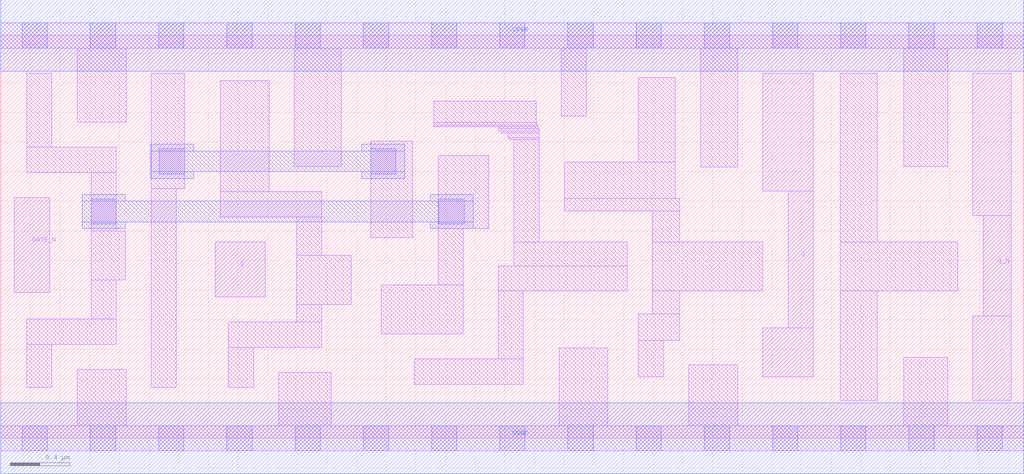
<source format=lef>
# Copyright 2020 The SkyWater PDK Authors
#
# Licensed under the Apache License, Version 2.0 (the "License");
# you may not use this file except in compliance with the License.
# You may obtain a copy of the License at
#
#     https://www.apache.org/licenses/LICENSE-2.0
#
# Unless required by applicable law or agreed to in writing, software
# distributed under the License is distributed on an "AS IS" BASIS,
# WITHOUT WARRANTIES OR CONDITIONS OF ANY KIND, either express or implied.
# See the License for the specific language governing permissions and
# limitations under the License.
#
# SPDX-License-Identifier: Apache-2.0

VERSION 5.7 ;
  NAMESCASESENSITIVE ON ;
  NOWIREEXTENSIONATPIN ON ;
  DIVIDERCHAR "/" ;
  BUSBITCHARS "[]" ;
UNITS
  DATABASE MICRONS 200 ;
END UNITS
MACRO sky130_fd_sc_hd__dlxbn_1
  CLASS CORE ;
  FOREIGN sky130_fd_sc_hd__dlxbn_1 ;
  ORIGIN  0.000000  0.000000 ;
  SIZE  6.900000 BY  2.720000 ;
  SYMMETRY X Y R90 ;
  SITE unithd ;
  PIN D
    ANTENNAGATEAREA  0.159000 ;
    DIRECTION INPUT ;
    USE SIGNAL ;
    PORT
      LAYER li1 ;
        RECT 1.445000 0.955000 1.785000 1.325000 ;
    END
  END D
  PIN Q
    ANTENNADIFFAREA  0.429000 ;
    DIRECTION OUTPUT ;
    USE SIGNAL ;
    PORT
      LAYER li1 ;
        RECT 5.140000 0.415000 5.480000 0.745000 ;
        RECT 5.140000 1.670000 5.480000 2.465000 ;
        RECT 5.310000 0.745000 5.480000 1.670000 ;
    END
  END Q
  PIN Q_N
    ANTENNADIFFAREA  0.429000 ;
    DIRECTION OUTPUT ;
    USE SIGNAL ;
    PORT
      LAYER li1 ;
        RECT 6.555000 0.255000 6.815000 0.825000 ;
        RECT 6.555000 1.505000 6.815000 2.465000 ;
        RECT 6.625000 0.825000 6.815000 1.505000 ;
    END
  END Q_N
  PIN GATE_N
    ANTENNAGATEAREA  0.159000 ;
    DIRECTION INPUT ;
    USE CLOCK ;
    PORT
      LAYER li1 ;
        RECT 0.090000 0.985000 0.330000 1.625000 ;
    END
  END GATE_N
  PIN VGND
    DIRECTION INOUT ;
    SHAPE ABUTMENT ;
    USE GROUND ;
    PORT
      LAYER met1 ;
        RECT 0.000000 -0.240000 6.900000 0.240000 ;
    END
  END VGND
  PIN VPWR
    DIRECTION INOUT ;
    SHAPE ABUTMENT ;
    USE POWER ;
    PORT
      LAYER met1 ;
        RECT 0.000000 2.480000 6.900000 2.960000 ;
    END
  END VPWR
  OBS
    LAYER li1 ;
      RECT 0.000000 -0.085000 6.900000 0.085000 ;
      RECT 0.000000  2.635000 6.900000 2.805000 ;
      RECT 0.175000  0.345000 0.345000 0.635000 ;
      RECT 0.175000  0.635000 0.780000 0.805000 ;
      RECT 0.175000  1.795000 0.780000 1.965000 ;
      RECT 0.175000  1.965000 0.345000 2.465000 ;
      RECT 0.515000  0.085000 0.845000 0.465000 ;
      RECT 0.515000  2.135000 0.845000 2.635000 ;
      RECT 0.610000  0.805000 0.780000 1.070000 ;
      RECT 0.610000  1.070000 0.840000 1.400000 ;
      RECT 0.610000  1.400000 0.780000 1.795000 ;
      RECT 1.015000  0.345000 1.185000 1.685000 ;
      RECT 1.015000  1.685000 1.240000 2.465000 ;
      RECT 1.480000  1.495000 2.165000 1.665000 ;
      RECT 1.480000  1.665000 1.810000 2.415000 ;
      RECT 1.535000  0.345000 1.705000 0.615000 ;
      RECT 1.535000  0.615000 2.165000 0.785000 ;
      RECT 1.875000  0.085000 2.230000 0.445000 ;
      RECT 1.980000  1.835000 2.295000 2.635000 ;
      RECT 1.995000  0.785000 2.165000 0.905000 ;
      RECT 1.995000  0.905000 2.365000 1.235000 ;
      RECT 1.995000  1.235000 2.165000 1.495000 ;
      RECT 2.495000  1.355000 2.780000 2.005000 ;
      RECT 2.565000  0.705000 3.120000 1.035000 ;
      RECT 2.790000  0.365000 3.525000 0.535000 ;
      RECT 2.920000  2.105000 3.620000 2.115000 ;
      RECT 2.920000  2.115000 3.615000 2.130000 ;
      RECT 2.920000  2.130000 3.610000 2.275000 ;
      RECT 2.950000  1.035000 3.120000 1.415000 ;
      RECT 2.950000  1.415000 3.290000 1.910000 ;
      RECT 3.355000  0.535000 3.525000 0.995000 ;
      RECT 3.355000  0.995000 4.225000 1.165000 ;
      RECT 3.360000  2.075000 3.630000 2.090000 ;
      RECT 3.360000  2.090000 3.625000 2.105000 ;
      RECT 3.375000  2.060000 3.630000 2.075000 ;
      RECT 3.420000  2.030000 3.630000 2.060000 ;
      RECT 3.430000  2.015000 3.630000 2.030000 ;
      RECT 3.460000  1.165000 4.225000 1.325000 ;
      RECT 3.460000  1.325000 3.630000 2.015000 ;
      RECT 3.765000  0.085000 4.095000 0.610000 ;
      RECT 3.780000  2.175000 3.950000 2.635000 ;
      RECT 3.800000  1.535000 4.580000 1.620000 ;
      RECT 3.800000  1.620000 4.550000 1.865000 ;
      RECT 4.300000  0.415000 4.470000 0.660000 ;
      RECT 4.300000  0.660000 4.580000 0.840000 ;
      RECT 4.300000  1.865000 4.550000 2.435000 ;
      RECT 4.395000  0.840000 4.580000 0.995000 ;
      RECT 4.395000  0.995000 5.140000 1.325000 ;
      RECT 4.395000  1.325000 4.580000 1.535000 ;
      RECT 4.640000  0.085000 4.970000 0.495000 ;
      RECT 4.720000  1.830000 4.970000 2.635000 ;
      RECT 5.660000  0.255000 5.910000 0.995000 ;
      RECT 5.660000  0.995000 6.455000 1.325000 ;
      RECT 5.660000  1.325000 5.910000 2.465000 ;
      RECT 6.090000  0.085000 6.385000 0.545000 ;
      RECT 6.090000  1.835000 6.385000 2.635000 ;
    LAYER mcon ;
      RECT 0.145000 -0.085000 0.315000 0.085000 ;
      RECT 0.145000  2.635000 0.315000 2.805000 ;
      RECT 0.605000 -0.085000 0.775000 0.085000 ;
      RECT 0.605000  2.635000 0.775000 2.805000 ;
      RECT 0.610000  1.445000 0.780000 1.615000 ;
      RECT 1.065000 -0.085000 1.235000 0.085000 ;
      RECT 1.065000  2.635000 1.235000 2.805000 ;
      RECT 1.070000  1.785000 1.240000 1.955000 ;
      RECT 1.525000 -0.085000 1.695000 0.085000 ;
      RECT 1.525000  2.635000 1.695000 2.805000 ;
      RECT 1.985000 -0.085000 2.155000 0.085000 ;
      RECT 1.985000  2.635000 2.155000 2.805000 ;
      RECT 2.445000 -0.085000 2.615000 0.085000 ;
      RECT 2.445000  2.635000 2.615000 2.805000 ;
      RECT 2.495000  1.785000 2.665000 1.955000 ;
      RECT 2.905000 -0.085000 3.075000 0.085000 ;
      RECT 2.905000  2.635000 3.075000 2.805000 ;
      RECT 2.955000  1.445000 3.125000 1.615000 ;
      RECT 3.365000 -0.085000 3.535000 0.085000 ;
      RECT 3.365000  2.635000 3.535000 2.805000 ;
      RECT 3.825000 -0.085000 3.995000 0.085000 ;
      RECT 3.825000  2.635000 3.995000 2.805000 ;
      RECT 4.285000 -0.085000 4.455000 0.085000 ;
      RECT 4.285000  2.635000 4.455000 2.805000 ;
      RECT 4.745000 -0.085000 4.915000 0.085000 ;
      RECT 4.745000  2.635000 4.915000 2.805000 ;
      RECT 5.205000 -0.085000 5.375000 0.085000 ;
      RECT 5.205000  2.635000 5.375000 2.805000 ;
      RECT 5.665000 -0.085000 5.835000 0.085000 ;
      RECT 5.665000  2.635000 5.835000 2.805000 ;
      RECT 6.125000 -0.085000 6.295000 0.085000 ;
      RECT 6.125000  2.635000 6.295000 2.805000 ;
      RECT 6.585000 -0.085000 6.755000 0.085000 ;
      RECT 6.585000  2.635000 6.755000 2.805000 ;
    LAYER met1 ;
      RECT 0.550000 1.415000 0.840000 1.460000 ;
      RECT 0.550000 1.460000 3.185000 1.600000 ;
      RECT 0.550000 1.600000 0.840000 1.645000 ;
      RECT 1.010000 1.755000 1.300000 1.800000 ;
      RECT 1.010000 1.800000 2.725000 1.940000 ;
      RECT 1.010000 1.940000 1.300000 1.985000 ;
      RECT 2.435000 1.755000 2.725000 1.800000 ;
      RECT 2.435000 1.940000 2.725000 1.985000 ;
      RECT 2.895000 1.415000 3.185000 1.460000 ;
      RECT 2.895000 1.600000 3.185000 1.645000 ;
  END
END sky130_fd_sc_hd__dlxbn_1
END LIBRARY

</source>
